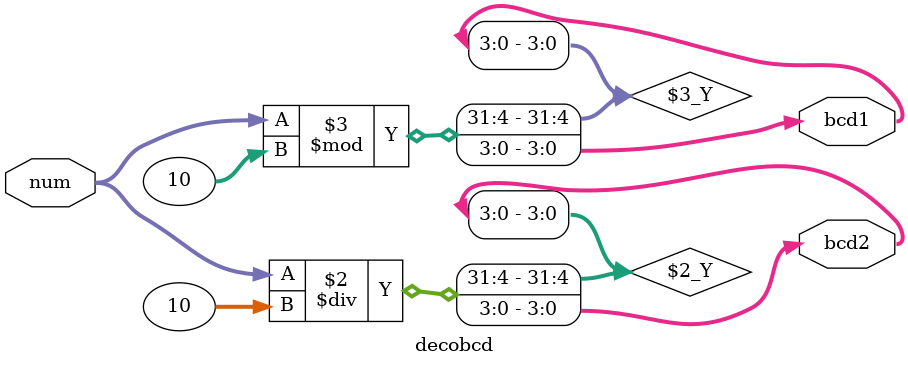
<source format=v>
module decobcd(num, bcd1, bcd2);
input [4:0] num; //Entrada del numero binario 5-bit
output reg [3:0] bcd1, bcd2; //Salidas BCD 
always @(*)
begin
    bcd2 = (num / 10); //Carga los decimas
    bcd1 = (num % 10); //Carga las unidades
end
endmodule

</source>
